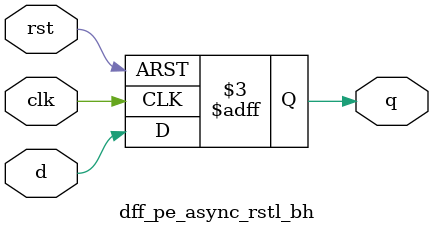
<source format=v>

module dff_pe_async_rstl_bh(q,d,clk,rst);

input		d,clk,rst;
output	reg	q;

always @(posedge clk, negedge rst)
	if(!rst)
		q <= 1'b0;
	else
		q <= d;

endmodule
</source>
